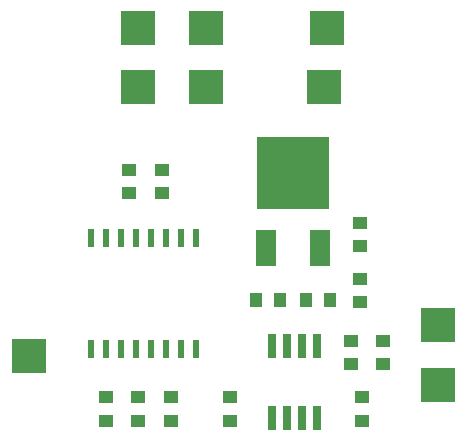
<source format=gbr>
%TF.GenerationSoftware,KiCad,Pcbnew,4.0.7-e2-6376~58~ubuntu16.04.1*%
%TF.CreationDate,2018-10-07T23:02:28+08:00*%
%TF.ProjectId,DVDBreakOut,445644427265616B4F75742E6B696361,rev?*%
%TF.FileFunction,Paste,Top*%
%FSLAX46Y46*%
G04 Gerber Fmt 4.6, Leading zero omitted, Abs format (unit mm)*
G04 Created by KiCad (PCBNEW 4.0.7-e2-6376~58~ubuntu16.04.1) date Sun Oct  7 23:02:28 2018*
%MOMM*%
%LPD*%
G01*
G04 APERTURE LIST*
%ADD10C,0.100000*%
%ADD11R,0.508000X1.620000*%
%ADD12R,0.580000X1.620000*%
%ADD13R,1.651000X3.048000*%
%ADD14R,6.096000X6.096000*%
%ADD15R,0.660400X2.032000*%
%ADD16R,3.000000X3.000000*%
%ADD17R,1.250000X1.000000*%
%ADD18R,1.000000X1.250000*%
G04 APERTURE END LIST*
D10*
D11*
X87305000Y-75190000D03*
X88575000Y-75190000D03*
X89845000Y-75190000D03*
X91115000Y-75190000D03*
X92385000Y-75190000D03*
X93655000Y-75190000D03*
X94925000Y-75190000D03*
X96195000Y-75190000D03*
X96195000Y-65810000D03*
X94925000Y-65810000D03*
X93655000Y-65810000D03*
X92385000Y-65810000D03*
X91115000Y-65810000D03*
X89845000Y-65810000D03*
X88575000Y-65810000D03*
D12*
X87305000Y-65810000D03*
D13*
X102054000Y-66660000D03*
D14*
X104340000Y-60310000D03*
D13*
X106626000Y-66660000D03*
D15*
X102595000Y-81073400D03*
X103865000Y-81073400D03*
X105135000Y-81073400D03*
X106405000Y-81073400D03*
X106405000Y-74926600D03*
X105135000Y-74926600D03*
X103865000Y-74926600D03*
X102595000Y-74926600D03*
D16*
X116610000Y-73160000D03*
X97000000Y-53000000D03*
X116610000Y-78240000D03*
X91250000Y-53000000D03*
X107000000Y-53000000D03*
X91250000Y-48000000D03*
X97000000Y-48000000D03*
X107250000Y-48000000D03*
D17*
X88500000Y-81250000D03*
X88500000Y-79250000D03*
X110000000Y-71250000D03*
X110000000Y-69250000D03*
X112000000Y-76500000D03*
X112000000Y-74500000D03*
X109250000Y-74500000D03*
X109250000Y-76500000D03*
X90500000Y-62000000D03*
X90500000Y-60000000D03*
X94000000Y-79250000D03*
X94000000Y-81250000D03*
X91250000Y-81250000D03*
X91250000Y-79250000D03*
X93250000Y-60000000D03*
X93250000Y-62000000D03*
X110250000Y-81250000D03*
X110250000Y-79250000D03*
X99000000Y-81250000D03*
X99000000Y-79250000D03*
D18*
X103250000Y-71000000D03*
X101250000Y-71000000D03*
D17*
X110000000Y-64500000D03*
X110000000Y-66500000D03*
D18*
X107500000Y-71000000D03*
X105500000Y-71000000D03*
D16*
X82000000Y-75750000D03*
M02*

</source>
